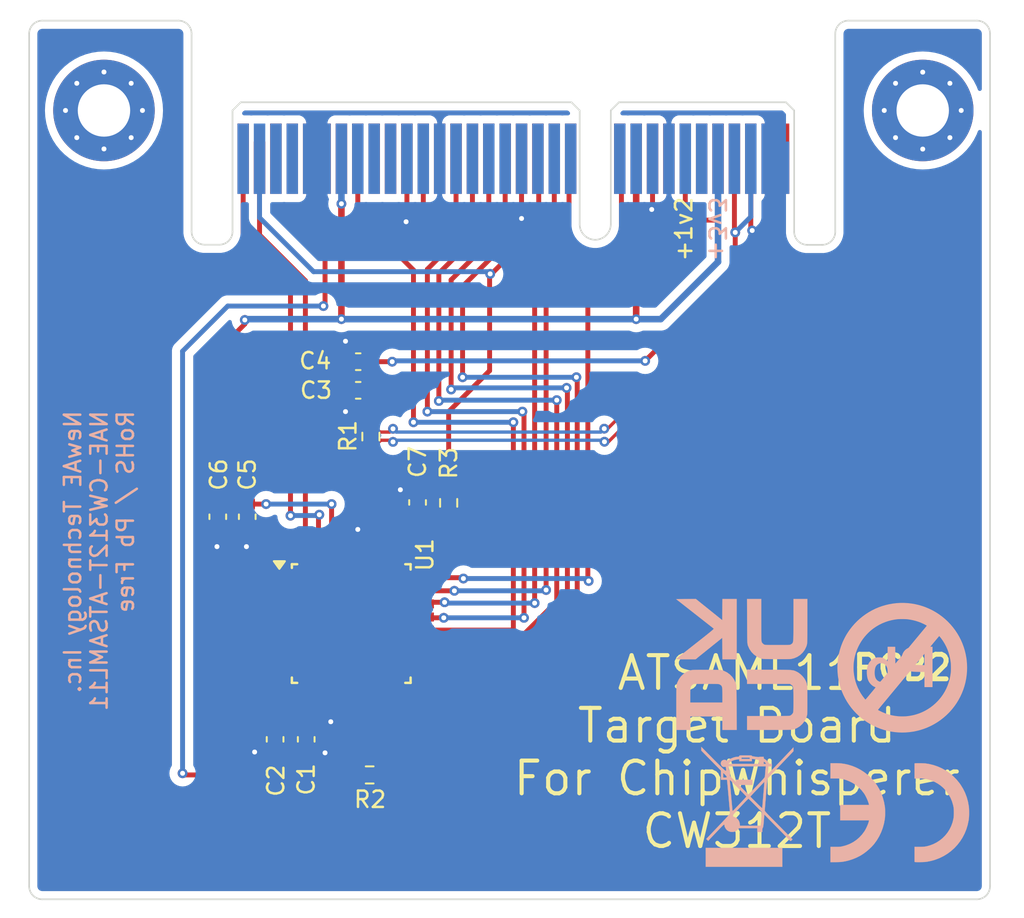
<source format=kicad_pcb>
(kicad_pcb (version 20240108) (generator "pcbnew") (generator_version "8.0")
  (layers (0 "F.Cu" signal) (31 "B.Cu" signal) (34 "B.Paste" user) (35 "F.Paste" user) (36 "B.SilkS" user "B.Silkscreen") (37 "F.SilkS" user "F.Silkscreen") (38 "B.Mask" user) (39 "F.Mask" user) (44 "Edge.Cuts" user))
  (net 0 "")
  (net 1 "GND")
  (net 2 "+3V3")
  (net 3 "/SHUNTH")
  (net 4 "Net-(U1-~{RESET})")
  (net 5 "/VDDCORE")
  (net 6 "Net-(P1-CLKOUT)")
  (net 7 "/XIN")
  (net 8 "/RST")
  (net 11 "/SWCLK")
  (net 12 "/GPIO4")
  (net 14 "/RX")
  (net 15 "/TX")
  (net 18 "/SWDIO")
  (net 21 "/GPIO3")
  (net 22 "/LED3")
  (net 27 "/LED1")
  (net 32 "/ENTRY")
  (net 33 "/LED2")
  (net 37 "+1V2")
  (footprint "Resistor_SMD:R_0603_1608Metric" (layer "F.Cu") (at 167.03 71.07 90)
    (property "Reference" "R1" (at 0.025 -1.4 -90) (layer "F.SilkS"))
    (property "Value" "22R_0603")
    (pad "1" smd roundrect (at -0.825 0 90) (size 0.8 0.95) (layers "F.Cu" "F.Paste" "F.Mask") (net 5 "/VDDCORE"))
    (pad "2" smd roundrect (at 0.825 0 90) (size 0.8 0.95) (layers "F.Cu" "F.Paste" "F.Mask") (net 3 "/SHUNTH"))
  )
  (footprint "Capacitor_SMD:C_0603_1608Metric" (layer "F.Cu") (at 166.255 66.495 180)
    (property "Reference" "C4" (at 2.625 0.05 0) (layer "F.SilkS"))
    (property "Value" "CAP_2u2_16V_0603")
    (pad "1" smd roundrect (at -0.775 0 180) (size 0.9 0.95) (layers "F.Cu" "F.Paste" "F.Mask") (net 3 "/SHUNTH"))
    (pad "2" smd roundrect (at 0.775 0 180) (size 0.9 0.95) (layers "F.Cu" "F.Paste" "F.Mask") (net 1 "GND"))
  )
  (footprint "Capacitor_SMD:C_0603_1608Metric" (layer "F.Cu") (at 163.08 89.57 -90)
    (property "Reference" "C1" (at 2.45 0.000001 90) (layer "F.SilkS"))
    (property "Value" "CAP_100n_50V_0603")
    (pad "1" smd roundrect (at -0.775 0 270) (size 0.9 0.95) (layers "F.Cu" "F.Paste" "F.Mask") (net 2 "+3V3"))
    (pad "2" smd roundrect (at 0.775 0 270) (size 0.9 0.95) (layers "F.Cu" "F.Paste" "F.Mask") (net 1 "GND"))
  )
  (footprint "Resistor_SMD:R_0603_1608Metric" (layer "F.Cu") (at 166.955 91.745)
    (property "Reference" "R2" (at 0.025 1.5 0) (layer "F.SilkS"))
    (property "Value" "22R_0603")
    (pad "1" smd roundrect (at -0.825 0) (size 0.8 0.95) (layers "F.Cu" "F.Paste" "F.Mask") (net 6 "Net-(P1-CLKOUT)"))
    (pad "2" smd roundrect (at 0.825 0) (size 0.8 0.95) (layers "F.Cu" "F.Paste" "F.Mask") (net 7 "/XIN"))
  )
  (footprint "Capacitor_SMD:C_0603_1608Metric" (layer "F.Cu") (at 157.68 75.97 -90)
    (property "Reference" "C6" (at -2.575 -0.05 90) (layer "F.SilkS"))
    (property "Value" "CAP_2u2_16V_0603")
    (pad "1" smd roundrect (at -0.775 0 270) (size 0.9 0.95) (layers "F.Cu" "F.Paste" "F.Mask") (net 2 "+3V3"))
    (pad "2" smd roundrect (at 0.775 0 270) (size 0.9 0.95) (layers "F.Cu" "F.Paste" "F.Mask") (net 1 "GND"))
  )
  (footprint "Silkscrren_Symbols:Pb_Free_8.0x8.0mm_SilkScreen" (layer "F.Cu") (at 198.747091 85.194209)
    (property "Reference" "PCB2" (at 0.732996 0 0) (layer "F.SilkS") (effects (font (size 1.5 1.5) (thickness 0.3))))
    (property "Value" "Pb_Free Symbol" (hide yes))
  )
  (footprint "Capacitor_SMD:C_0603_1608Metric" (layer "F.Cu") (at 169.88 75.095 90)
    (property "Reference" "C7" (at 2.475 0 90) (layer "F.SilkS"))
    (property "Value" "CAP_100n_50V_0603")
    (pad "1" smd roundrect (at -0.775 0 90) (size 0.9 0.95) (layers "F.Cu" "F.Paste" "F.Mask") (net 4 "Net-(U1-~{RESET})"))
    (pad "2" smd roundrect (at 0.775 0 90) (size 0.9 0.95) (layers "F.Cu" "F.Paste" "F.Mask") (net 1 "GND"))
  )
  (footprint "Silkscrren_Symbols:WEEE-Logo_5.6x8mm_SilkScreen" (layer "F.Cu") (at 188.939054 93.347245)
    (property "Reference" "PCB4" (hide yes))
    (property "Value" "WEEE SYMBOL" (hide yes))
  )
  (footprint "Capacitor_SMD:C_0603_1608Metric" (layer "F.Cu") (at 166.255 68.245 180)
    (property "Reference" "C3" (at 2.575 0 0) (layer "F.SilkS"))
    (property "Value" "CAP_100n_50V_0603")
    (pad "1" smd roundrect (at -0.775 0 180) (size 0.9 0.95) (layers "F.Cu" "F.Paste" "F.Mask") (net 3 "/SHUNTH"))
    (pad "2" smd roundrect (at 0.775 0 180) (size 0.9 0.95) (layers "F.Cu" "F.Paste" "F.Mask") (net 1 "GND"))
  )
  (footprint "Silkscrren_Symbols:CE-Logo_8.5x6mm_SilkScreen" (layer "F.Cu") (at 199.33 94.045)
    (property "Reference" "PCB1" (hide yes))
    (property "Value" "CE Symbol" (hide yes))
  )
  (footprint "tutorial_2_library:CW312_Template" (layer "F.Cu") (at 150.73 51.145)
    (property "Reference" "P1" (hide yes))
    (property "Value" "PCIEx4 EDGE CONNECTOR")
    (fp_line (start -4.57 -4.69) (end -4.57 47.4) (stroke (width 0.1)) (layer "Edge.Cuts"))
    (fp_line (start 4.55 -5.49) (end -3.77 -5.49) (stroke (width 0.1)) (layer "Edge.Cuts"))
    (fp_line (start 5.35 7.4) (end 5.35 -4.69) (stroke (width 0.1)) (layer "Edge.Cuts"))
    (fp_line (start 7.05 8.2) (end 6.15 8.2) (stroke (width 0.1)) (layer "Edge.Cuts"))
    (fp_line (start 7.85 0) (end 8.35 -0.5) (stroke (width 0.1)) (layer "Edge.Cuts"))
    (fp_line (start 7.85 7.4) (end 7.85 0) (stroke (width 0.1)) (layer "Edge.Cuts"))
    (fp_line (start 28.55 -0.5) (end 8.35 -0.5) (stroke (width 0.1)) (layer "Edge.Cuts"))
    (fp_line (start 29.05 0) (end 28.55 -0.5) (stroke (width 0.1)) (layer "Edge.Cuts"))
    (fp_line (start 29.05 6.95) (end 29.05 0) (stroke (width 0.1)) (layer "Edge.Cuts"))
    (fp_line (start 30.95 0) (end 31.45 -0.5) (stroke (width 0.1)) (layer "Edge.Cuts"))
    (fp_line (start 30.95 6.95) (end 30.95 0) (stroke (width 0.1)) (layer "Edge.Cuts"))
    (fp_line (start 41.65 -0.5) (end 31.45 -0.5) (stroke (width 0.1)) (layer "Edge.Cuts"))
    (fp_line (start 42.15 0) (end 41.65 -0.5) (stroke (width 0.1)) (layer "Edge.Cuts"))
    (fp_line (start 42.15 7.41) (end 42.15 0) (stroke (width 0.1)) (layer "Edge.Cuts"))
    (fp_line (start 42.95 8.21) (end 43.86 8.21) (stroke (width 0.1)) (layer "Edge.Cuts"))
    (fp_line (start 44.66 7.41) (end 44.66 -4.69) (stroke (width 0.1)) (layer "Edge.Cuts"))
    (fp_line (start 45.46 -5.49) (end 53.31 -5.49) (stroke (width 0.1)) (layer "Edge.Cuts"))
    (fp_line (start 53.31 48.2) (end -3.77 48.2) (stroke (width 0.1)) (layer "Edge.Cuts"))
    (fp_line (start 54.11 -4.69) (end 54.11 47.4) (stroke (width 0.1)) (layer "Edge.Cuts"))
    (fp_arc (start -4.57 -4.69) (mid -4.335685 -5.255685) (end -3.77 -5.49) (stroke (width 0.1)) (layer "Edge.Cuts"))
    (fp_arc (start -3.77 48.2) (mid -4.335685 47.965685) (end -4.57 47.4) (stroke (width 0.1)) (layer "Edge.Cuts"))
    (fp_arc (start 4.55 -5.49) (mid 5.115685 -5.255685) (end 5.35 -4.69) (stroke (width 0.1)) (layer "Edge.Cuts"))
    (fp_arc (start 6.15 8.2) (mid 5.584315 7.965685) (end 5.35 7.4) (stroke (width 0.1)) (layer "Edge.Cuts"))
    (fp_arc (start 7.85 7.4) (mid 7.615685 7.965685) (end 7.05 8.2) (stroke (width 0.1)) (layer "Edge.Cuts"))
    (fp_arc (start 30.95 6.95) (mid 30 7.9) (end 29.05 6.95) (stroke (width 0.1)) (layer "Edge.Cuts"))
    (fp_arc (start 42.95 8.21) (mid 42.384315 7.975685) (end 42.15 7.41) (stroke (width 0.1)) (layer "Edge.Cuts"))
    (fp_arc (start 44.66 -4.69) (mid 44.894315 -5.255685) (end 45.46 -5.49) (stroke (width 0.1)) (layer "Edge.Cuts"))
    (fp_arc (start 44.66 7.41) (mid 44.425685 7.975685) (end 43.86 8.21) (stroke (width 0.1)) (layer "Edge.Cuts"))
    (fp_arc (start 53.31 -5.49) (mid 53.875685 -5.255685) (end 54.11 -4.69) (stroke (width 0.1)) (layer "Edge.Cuts"))
    (fp_arc (start 54.11 47.4) (mid 53.875685 47.965685) (end 53.31 48.2) (stroke (width 0.1)) (layer "Edge.Cuts"))
    (pad "A1" connect rect (at 41.5 3.5 180) (size 0.7 3.2) (layers "B.Cu" "B.Mask") (net 1 "GND"))
    (pad "A2" connect rect (at 40.5 2.95 180) (size 0.7 4.3) (layers "B.Cu" "B.Mask") (net 1 "GND"))
    (pad "A3" connect rect (at 39.5 2.95 180) (size 0.7 4.3) (layers "B.Cu" "B.Mask") (net 3 "/SHUNTH"))
    (pad "A4" connect rect (at 38.5 2.95 180) (size 0.7 4.3) (layers "B.Cu" "B.Mask"))
    (pad "A5" connect rect (at 37.5 2.95 180) (size 0.7 4.3) (layers "B.Cu" "B.Mask") (net 2 "+3V3"))
    (pad "A6" connect rect (at 36.5 2.95 180) (size 0.7 4.3) (layers "B.Cu" "B.Mask"))
    (pad "A7" connect rect (at 35.5 2.95 180) (size 0.7 4.3) (layers "B.Cu" "B.Mask"))
    (pad "A8" connect rect (at 34.5 2.95 180) (size 0.7 4.3) (layers "B.Cu" "B.Mask") (net 1 "GND"))
    (pad "A9" connect rect (at 33.5 2.95 180) (size 0.7 4.3) (layers "B.Cu" "B.Mask"))
    (pad "A10" connect rect (at 32.5 2.95 180) (size 0.7 4.3) (layers "B.Cu" "B.Mask"))
    (pad "A11" connect rect (at 31.5 2.95 180) (size 0.7 4.3) (layers "B.Cu" "B.Mask"))
    (pad "A12" connect rect (at 28.5 2.95 180) (size 0.7 4.3) (layers "B.Cu" "B.Mask"))
    (pad "A13" connect rect (at 27.5 2.95 180) (size 0.7 4.3) (layers "B.Cu" "B.Mask"))
    (pad "A14" connect rect (at 26.5 2.95 180) (size 0.7 4.3) (layers "B.Cu" "B.Mask"))
    (pad "A15" connect rect (at 25.5 2.95 180) (size 0.7 4.3) (layers "B.Cu" "B.Mask"))
    (pad "A16" connect rect (at 24.5 2.95 180) (size 0.7 4.3) (layers "B.Cu" "B.Mask"))
    (pad "A17" connect rect (at 23.5 2.95 180) (size 0.7 4.3) (layers "B.Cu" "B.Mask"))
    (pad "A18" connect rect (at 22.5 2.95 180) (size 0.7 4.3) (layers "B.Cu" "B.Mask"))
    (pad "A19" connect rect (at 21.5 2.95 180) (size 0.7 4.3) (layers "B.Cu" "B.Mask"))
    (pad "A20" connect rect (at 20.5 2.95 180) (size 0.7 4.3) (layers "B.Cu" "B.Mask") (net 1 "GND"))
    (pad "A21" connect rect (at 19.5 2.95 180) (size 0.7 4.3) (layers "B.Cu" "B.Mask"))
    (pad "A22" connect rect (at 18.5 2.95 180) (size 0.7 4.3) (layers "B.Cu" "B.Mask"))
    (pad "A23" connect rect (at 17.5 2.95 180) (size 0.7 4.3) (layers "B.Cu" "B.Mask"))
    (pad "A24" connect rect (at 16.5 2.95 180) (size 0.7 4.3) (layers "B.Cu" "B.Mask"))
    (pad "A25" connect rect (at 15.5 2.95 180) (size 0.7 4.3) (layers "B.Cu" "B.Mask"))
    (pad "A26" connect rect (at 14.5 2.95 180) (size 0.7 4.3) (layers "B.Cu" "B.Mask") (net 2 "+3V3"))
    (pad "A27" connect rect (at 13.5 2.95 180) (size 0.7 4.3) (layers "B.Cu" "B.Mask") (net 1 "GND"))
    (pad "A28" connect rect (at 12.5 2.95 180) (size 0.7 4.3) (layers "B.Cu" "B.Mask") (net 1 "GND"))
    (pad "A29" connect rect (at 11.5 2.95 180) (size 0.7 4.3) (layers "B.Cu" "B.Mask"))
    (pad "A30" connect rect (at 10.5 2.95 180) (size 0.7 4.3) (layers "B.Cu" "B.Mask"))
    (pad "A31" connect rect (at 9.5 2.95 180) (size 0.7 4.3) (layers "B.Cu" "B.Mask") (net 8 "/RST"))
    (pad "A32" connect rect (at 8.5 2.95 180) (size 0.7 4.3) (layers "B.Cu" "B.Mask"))
    (pad "B1" connect rect (at 41.5 2.95 180) (size 0.7 4.3) (layers "F.Cu" "F.Mask") (net 5 "/VDDCORE"))
    (pad "B2" connect rect (at 40.5 2.95 180) (size 0.7 4.3) (layers "F.Cu" "F.Mask") (net 3 "/SHUNTH"))
    (pad "B3" connect rect (at 39.5 2.95 180) (size 0.7 4.3) (layers "F.Cu" "F.Mask") (net 1 "GND"))
    (pad "B4" connect rect (at 38.5 2.95 180) (size 0.7 4.3) (layers "F.Cu" "F.Mask") (net 3 "/SHUNTH"))
    (pad "B5" connect rect (at 37.5 2.95 180) (size 0.7 4.3) (layers "F.Cu" "F.Mask") (net 37 "+1V2"))
    (pad "B6" connect rect (at 36.5 2.95 180) (size 0.7 4.3) (layers "F.Cu" "F.Mask"))
    (pad "B7" connect rect (at 35.5 2.95 180) (size 0.7 4.3) (layers "F.Cu" "F.Mask") (net 37 "+1V2"))
    (pad "B8" connect rect (at 34.5 2.95 180) (size 0.7 4.3) (layers "F.Cu" "F.Mask"))
    (pad "B9" connect rect (at 33.5 2.95 180) (size 0.7 4.3) (layers "F.Cu" "F.Mask") (net 1 "GND"))
    (pad "B10" connect rect (at 32.5 2.95 180) (size 0.7 4.3) (layers "F.Cu" "F.Mask") (net 2 "+3V3"))
    (pad "B11" connect rect (at 31.5 2.95 180) (size 0.7 4.3) (layers "F.Cu" "F.Mask") (net 27 "/LED1"))
    (pad "B12" connect rect (at 28.5 2.95 180) (size 0.7 4.3) (layers "F.Cu" "F.Mask") (net 33 "/LED2"))
    (pad "B13" connect rect (at 27.5 2.95 180) (size 0.7 4.3) (layers "F.Cu" "F.Mask") (net 22 "/LED3"))
    (pad "B14" connect rect (at 26.5 2.95 180) (size 0.7 4.3) (layers "F.Cu" "F.Mask") (net 8 "/RST"))
    (pad "B15" connect rect (at 25.5 2.95 180) (size 0.7 4.3) (layers "F.Cu" "F.Mask") (net 1 "GND"))
    (pad "B16" connect rect (at 24.5 2.95 180) (size 0.7 4.3) (layers "F.Cu" "F.Mask") (net 15 "/TX"))
    (pad "B17" connect rect (at 23.5 2.95 180) (size 0.7 4.3) (layers "F.Cu" "F.Mask") (net 14 "/RX"))
    (pad "B18" connect rect (at 22.5 2.95 180) (size 0.7 4.3) (layers "F.Cu" "F.Mask") (net 21 "/GPIO3"))
    (pad "B19" connect rect (at 21.5 2.95 180) (size 0.7 4.3) (layers "F.Cu" "F.Mask") (net 12 "/GPIO4"))
    (pad "B20" connect rect (at 20.5 2.95 180) (size 0.7 4.3) (layers "F.Cu" "F.Mask"))
    (pad "B21" connect rect (at 19.5 2.95 180) (size 0.7 4.3) (layers "F.Cu" "F.Mask") (net 1 "GND"))
    (pad "B22" connect rect (at 18.5 2.95 180) (size 0.7 4.3) (layers "F.Cu" "F.Mask") (net 1 "GND"))
    (pad "B23" connect rect (at 17.5 2.95 180) (size 0.7 4.3) (layers "F.Cu" "F.Mask"))
    (pad "B24" connect rect (at 16.5 2.95 180) (size 0.7 4.3) (layers "F.Cu" "F.Mask"))
    (pad "B25" connect rect (at 15.5 2.95 180) (size 0.7 4.3) (layers "F.Cu" "F.Mask") (net 32 "/ENTRY"))
    (pad "B26" connect rect (at 14.5 2.95 180) (size 0.7 4.3) (layers "F.Cu" "F.Mask"))
    (pad "B27" connect rect (at 13.5 2.95 180) (size 0.7 4.3) (layers "F.Cu" "F.Mask") (net 6 "Net-(P1-CLKOUT)"))
    (pad "B28" connect rect (at 12.5 2.95 180) (size 0.7 4.3) (layers "F.Cu" "F.Mask"))
    (pad "B29" connect rect (at 11.5 2.95 180) (size 0.7 4.3) (layers "F.Cu" "F.Mask"))
    (pad "B30" connect rect (at 10.5 2.95 180) (size 0.7 4.3) (layers "F.Cu" "F.Mask"))
    (pad "B31" connect rect (at 9.5 3.5 180) (size 0.7 3.2) (layers "F.Cu" "F.Mask") (net 18 "/SWDIO"))
    (pad "B32" connect rect (at 8.5 2.95 180) (size 0.7 4.3) (layers "F.Cu" "F.Mask") (net 11 "/SWCLK"))
    (pad "MH" thru_hole circle (at -2.35 0) (size 1 1) (drill 0.3) (layers "*.Cu" "*.Mask"))
    (pad "MH" thru_hole circle (at -1.66 -1.66) (size 1 1) (drill 0.3) (layers "*.Cu" "*.Mask"))
    (pad "MH" thru_hole circle (at -1.66 1.66) (size 1 1) (drill 0.3) (layers "*.Cu" "*.Mask"))
    (pad "MH" thru_hole circle (at 0 -2.35) (size 1 1) (drill 0.3) (layers "*.Cu" "*.Mask"))
    (pad "MH" thru_hole circle (at 0 0) (size 6.2 6.2) (drill 3.2) (layers "*.Cu" "*.Mask"))
    (pad "MH" thru_hole circle (at 0 2.35) (size 1 1) (drill 0.3) (layers "*.Cu" "*.Mask"))
    (pad "MH" thru_hole circle (at 1.66 -1.66) (size 1 1) (drill 0.3) (layers "*.Cu" "*.Mask"))
    (pad "MH" thru_hole circle (at 1.66 1.66) (size 1 1) (drill 0.3) (layers "*.Cu" "*.Mask"))
    (pad "MH" thru_hole circle (at 2.35 0) (size 1 1) (drill 0.3) (layers "*.Cu" "*.Mask"))
    (pad "MH" thru_hole circle (at 47.65 0) (size 1 1) (drill 0.3) (layers "*.Cu" "*.Mask"))
    (pad "MH" thru_hole circle (at 48.34 -1.66) (size 1 1) (drill 0.3) (layers "*.Cu" "*.Mask"))
    (pad "MH" thru_hole circle (at 48.34 1.66) (size 1 1) (drill 0.3) (layers "*.Cu" "*.Mask"))
    (pad "MH" thru_hole circle (at 50 -2.34) (size 1 1) (drill 0.3) (layers "*.Cu" "*.Mask"))
    (pad "MH" thru_hole circle (at 50 0) (size 6.2 6.2) (drill 3.2) (layers "*.Cu" "*.Mask"))
    (pad "MH" thru_hole circle (at 50 2.36) (size 1 1) (drill 0.3) (layers "*.Cu" "*.Mask"))
    (pad "MH" thru_hole circle (at 51.66 -1.66) (size 1 1) (drill 0.3) (layers "*.Cu" "*.Mask"))
    (pad "MH" thru_hole circle (at 51.66 1.66) (size 1 1) (drill 0.3) (layers "*.Cu" "*.Mask"))
    (pad "MH" thru_hole circle (at 52.35 0) (size 1 1) (drill 0.3) (layers "*.Cu" "*.Mask"))
  )
  (footprint "Capacitor_SMD:C_0603_1608Metric" (layer "F.Cu") (at 161.18 89.57 -90)
    (property "Reference" "C2" (at 2.525 -0.05 90) (layer "F.SilkS"))
    (property "Value" "CAP_2u2_16V_0603")
    (pad "1" smd roundrect (at -0.775 0 270) (size 0.9 0.95) (layers "F.Cu" "F.Paste" "F.Mask") (net 2 "+3V3"))
    (pad "2" smd roundrect (at 0.775 0 270) (size 0.9 0.95) (layers "F.Cu" "F.Paste" "F.Mask") (net 1 "GND"))
  )
  (footprint "Resistor_SMD:R_0603_1608Metric" (layer "F.Cu") (at 171.78 75.12 90)
    (property "Reference" "R3" (at 2.425 0 90) (layer "F.SilkS"))
    (property "Value" "22R_0603")
    (pad "1" smd roundrect (at -0.825 0 90) (size 0.8 0.95) (layers "F.Cu" "F.Paste" "F.Mask") (net 4 "Net-(U1-~{RESET})"))
    (pad "2" smd roundrect (at 0.825 0 90) (size 0.8 0.95) (layers "F.Cu" "F.Paste" "F.Mask") (net 8 "/RST"))
  )
  (footprint "Silkscrren_Symbols:UKCA-Logo_8x8mm_SilkScreen" (layer "F.Cu") (at 189.049899 84.995334)
    (property "Reference" "PCB3" (hide yes))
    (property "Value" "UKCA symbol" (hide yes))
  )
  (footprint "Capacitor_SMD:C_0603_1608Metric" (layer "F.Cu") (at 159.48 75.97 -90)
    (property "Reference" "C5" (at -2.575 0 90) (layer "F.SilkS"))
    (property "Value" "CAP_100n_50V_0603")
    (pad "1" smd roundrect (at -0.775 0 270) (size 0.9 0.95) (layers "F.Cu" "F.Paste" "F.Mask") (net 2 "+3V3"))
    (pad "2" smd roundrect (at 0.775 0 270) (size 0.9 0.95) (layers "F.Cu" "F.Paste" "F.Mask") (net 1 "GND"))
  )
  (footprint "Package_QFP:TQFP-32_7x7mm_P0.8mm" (layer "F.Cu") (at 165.83 82.495)
    (property "Reference" "U1" (at 4.5 -4.2 90) (layer "F.SilkS"))
    (property "Value" "ATSMAL11E16A-AU")
    (pad "1" smd rect (at -4.25 -2.8) (size 1.6 0.55) (layers "F.Cu" "F.Paste" "F.Mask"))
    (pad "2" smd rect (at -4.25 -2) (size 1.6 0.55) (layers "F.Cu" "F.Paste" "F.Mask"))
    (pad "3" smd rect (at -4.25 -1.2) (size 1.6 0.55) (layers "F.Cu" "F.Paste" "F.Mask"))
    (pad "4" smd rect (at -4.25 -0.4) (size 1.6 0.55) (layers "F.Cu" "F.Paste" "F.Mask"))
    (pad "5" smd rect (at -4.25 0.4) (size 1.6 0.55) (layers "F.Cu" "F.Paste" "F.Mask"))
    (pad "6" smd rect (at -4.25 1.2) (size 1.6 0.55) (layers "F.Cu" "F.Paste" "F.Mask"))
    (pad "7" smd rect (at -4.25 2) (size 1.6 0.55) (layers "F.Cu" "F.Paste" "F.Mask"))
    (pad "8" smd rect (at -4.25 2.8) (size 1.6 0.55) (layers "F.Cu" "F.Paste" "F.Mask"))
    (pad "9" smd rect (at -2.8 4.25 90) (size 1.6 0.55) (layers "F.Cu" "F.Paste" "F.Mask") (net 2 "+3V3"))
    (pad "10" smd rect (at -2 4.25 90) (size 1.6 0.55) (layers "F.Cu" "F.Paste" "F.Mask") (net 1 "GND"))
    (pad "11" smd rect (at -1.2 4.25 90) (size 1.6 0.55) (layers "F.Cu" "F.Paste" "F.Mask"))
    (pad "12" smd rect (at -0.4 4.25 90) (size 1.6 0.55) (layers "F.Cu" "F.Paste" "F.Mask"))
    (pad "13" smd rect (at 0.4 4.25 90) (size 1.6 0.55) (layers "F.Cu" "F.Paste" "F.Mask"))
    (pad "14" smd rect (at 1.2 4.25 90) (size 1.6 0.55) (layers "F.Cu" "F.Paste" "F.Mask"))
    (pad "15" smd rect (at 2 4.25 90) (size 1.6 0.55) (layers "F.Cu" "F.Paste" "F.Mask") (net 7 "/XIN"))
    (pad "16" smd rect (at 2.8 4.25 90) (size 1.6 0.55) (layers "F.Cu" "F.Paste" "F.Mask"))
    (pad "17" smd rect (at 4.25 2.8) (size 1.6 0.55) (layers "F.Cu" "F.Paste" "F.Mask") (net 15 "/TX"))
    (pad "18" smd rect (at 4.25 2) (size 1.6 0.55) (layers "F.Cu" "F.Paste" "F.Mask") (net 14 "/RX"))
    (pad "19" smd rect (at 4.25 1.2) (size 1.6 0.55) (layers "F.Cu" "F.Paste" "F.Mask") (net 21 "/GPIO3"))
    (pad "20" smd rect (at 4.25 0.4) (size 1.6 0.55) (layers "F.Cu" "F.Paste" "F.Mask") (net 32 "/ENTRY"))
    (pad "21" smd rect (at 4.25 -0.4) (size 1.6 0.55) (layers "F.Cu" "F.Paste" "F.Mask") (net 12 "/GPIO4"))
    (pad "22" smd rect (at 4.25 -1.2) (size 1.6 0.55) (layers "F.Cu" "F.Paste" "F.Mask") (net 22 "/LED3"))
    (pad "23" smd rect (at 4.25 -2) (size 1.6 0.55) (layers "F.Cu" "F.Paste" "F.Mask") (net 33 "/LED2"))
    (pad "24" smd rect (at 4.25 -2.8) (size 1.6 0.55) (layers "F.Cu" "F.Paste" "F.Mask") (net 27 "/LED1"))
    (pad "25" smd rect (at 2.8 -4.25 90) (size 1.6 0.55) (layers "F.Cu" "F.Paste" "F.Mask"))
    (pad "26" smd rect (at 2 -4.25 90) (size 1.6 0.55) (layers "F.Cu" "F.Paste" "F.Mask") (net 4 "Net-(U1-~{RESET})"))
    (pad "27" smd rect (at 1.2 -4.25 90) (size 1.6 0.55) (layers "F.Cu" "F.Paste" "F.Mask") (net 5 "/VDDCORE"))
    (pad "28" smd rect (at 0.4 -4.25 90) (size 1.6 0.55) (layers "F.Cu" "F.Paste" "F.Mask") (net 1 "GND"))
    (pad "29" smd rect (at -0.4 -4.25 90) (size 1.6 0.55) (layers "F.Cu" "F.Paste" "F.Mask"))
    (pad "30" smd rect (at -1.2 -4.25 90) (size 1.6 0.55) (layers "F.Cu" "F.Paste" "F.Mask") (net 2 "+3V3"))
    (pad "31" smd rect (at -2 -4.25 90) (size 1.6 0.55) (layers "F.Cu" "F.Paste" "F.Mask") (net 11 "/SWCLK"))
    (pad "32" smd rect (at -2.8 -4.25 90) (size 1.6 0.55) (layers "F.Cu" "F.Paste" "F.Mask") (net 18 "/SWDIO"))
  )
  (gr_text "NewAE Technology Inc.\nNAE-CW312T-ATSAML11\nRoHS / Pb Free" (at 152.63 69.395 90) (layer "B.SilkS") (effects (font (size 1 1) (thickness 0.153)) (justify left bottom mirror)))
  (gr_text "+3v3" (at 187.58 60.445 -90) (layer "B.SilkS") (effects (font (size 1 1) (thickness 0.153)) (justify left bottom mirror)))
  (gr_text "+1v2" (at 186.73 60.445 90) (layer "F.SilkS") (effects (font (size 1 1) (thickness 0.153)) (justify left bottom)))
  (gr_text "ATSAML11\nTarget Board\nFor ChipWhisperer\nCW312T" (at 189.38 96.345 0) (layer "F.SilkS") (effects (font (size 2 2) (thickness 0.25)) (justify bottom)))
  (segment (start 190.31462 58.47962) (end 190.23 58.395) (width 0.3) (layer "F.Cu") (net 1))
  (segment (start 163.08 90.345) (end 164.18 90.345) (width 0.3) (layer "F.Cu") (net 1))
  (segment (start 169.23 54.095) (end 169.23 57.895) (width 0.3) (layer "F.Cu") (net 1))
  (segment (start 164.18 90.345) (end 164.23 90.395) (width 0.2) (layer "F.Cu") (net 1))
  (segment (start 190.23 58.395) (end 190.23 54.095) (width 0.3) (layer "F.Cu") (net 1))
  (segment (start 169.88 74.32) (end 168.83 74.32) (width 0.3) (layer "F.Cu") (net 1))
  (segment (start 163.83 87.745) (end 164.58 88.495) (width 0.3) (layer "F.Cu") (net 1))
  (segment (start 165.48 66.495) (end 165.48 65.245) (width 0.3) (layer "F.Cu") (net 1))
  (segment (start 184.23 57.145) (end 184.18 57.195) (width 0.2) (layer "F.Cu") (net 1))
  (segment (start 157.68 77.745) (end 157.63 77.795) (width 0.2) (layer "F.Cu") (net 1))
  (segment (start 159.48 77.745) (end 159.43 77.795) (width 0.2) (layer "F.Cu") (net 1))
  (segment (start 170.23 56.895) (end 169.18 57.945) (width 0.3) (layer "F.Cu") (net 1))
  (segment (start 166.23 78.245) (end 166.23 76.745) (width 0.3) (layer "F.Cu") (net 1))
  (segment (start 163.83 86.745) (end 163.83 87.745) (width 0.3) (layer "F.Cu") (net 1))
  (segment (start 169.23 57.895) (end 169.18 57.945) (width 0.2) (layer "F.Cu") (net 1))
  (segment (start 157.68 76.745) (end 157.68 77.745) (width 0.3) (layer "F.Cu") (net 1))
  (segment (start 165.48 68.245) (end 165.48 69.545) (width 0.3) (layer "F.Cu") (net 1))
  (segment (start 161.18 90.345) (end 159.93 90.345) (width 0.3) (layer "F.Cu") (net 1))
  (segment (start 170.23 54.095) (end 170.23 56.895) (width 0.3) (layer "F.Cu") (net 1))
  (segment (start 176.23 54.095) (end 176.23 57.745) (width 0.3) (layer "F.Cu") (net 1))
  (segment (start 184.23 54.095) (end 184.23 57.145) (width 0.3) (layer "F.Cu") (net 1))
  (segment (start 159.48 76.745) (end 159.48 77.745) (width 0.3) (layer "F.Cu") (net 1))
  (via (at 165.48 65.245) (size 0.6) (drill 0.3) (layers "F.Cu" "B.Cu") (net 1))
  (via (at 166.23 76.745) (size 0.6) (drill 0.3) (layers "F.Cu" "B.Cu") (net 1))
  (via (at 169.18 57.945) (size 0.6) (drill 0.3) (layers "F.Cu" "B.Cu") (net 1))
  (via (at 190.31462 58.47962) (size 0.6) (drill 0.3) (layers "F.Cu" "B.Cu") (net 1))
  (via (at 176.23 57.745) (size 0.6) (drill 0.3) (layers "F.Cu" "B.Cu") (net 1))
  (via (at 164.23 90.395) (size 0.6) (drill 0.3) (layers "F.Cu" "B.Cu") (net 1))
  (via (at 164.58 88.495) (size 0.6) (drill 0.3) (layers "F.Cu" "B.Cu") (net 1))
  (via (at 184.18 57.195) (size 0.6) (drill 0.3) (layers "F.Cu" "B.Cu") (net 1))
  (via (at 159.43 77.795) (size 0.6) (drill 0.3) (layers "F.Cu" "B.Cu") (net 1))
  (via (at 159.93 90.345) (size 0.6) (drill 0.3) (layers "F.Cu" "B.Cu") (net 1))
  (via (at 165.48 69.545) (size 0.6) (drill 0.3) (layers "F.Cu" "B.Cu") (net 1))
  (via (at 157.63 77.795) (size 0.6) (drill 0.3) (layers "F.Cu" "B.Cu") (net 1))
  (via (at 168.83 74.32) (size 0.6) (drill 0.3) (layers "F.Cu" "B.Cu") (net 1))
  (segment (start 164.63 75.195) (end 164.63 78.245) (width 0.3) (layer "F.Cu") (net 2))
  (segment (start 160.63 75.195) (end 159.48 75.195) (width 0.3) (layer "F.Cu") (net 2))
  (segment (start 156.58 66.945) (end 156.58 88.795) (width 0.3) (layer "F.Cu") (net 2))
  (segment (start 161.155 88.77) (end 161.18 88.795) (width 0.3) (layer "F.Cu") (net 2))
  (segment (start 157.73 75.145) (end 157.68 75.195) (width 0.4) (layer "F.Cu") (net 2))
  (segment (start 159.33 63.945) (end 159.33 64.195) (width 0.3) (layer "F.Cu") (net 2))
  (segment (start 163.08 88.795) (end 161.18 88.795) (width 0.3) (layer "F.Cu") (net 2))
  (segment (start 159.33 64.195) (end 156.58 66.945) (width 0.3) (layer "F.Cu") (net 2))
  (segment (start 157.68 75.195) (end 159.48 75.195) (width 0.3) (layer "F.Cu") (net 2))
  (segment (start 157.68 75.195) (end 156.58 75.195) (width 0.3) (layer "F.Cu") (net 2))
  (segment (start 163.03 86.745) (end 163.03 88.745) (width 0.3) (layer "F.Cu") (net 2))
  (segment (start 183.23 54.095) (end 183.23 63.895) (width 0.4) (layer "F.Cu") (net 2))
  (segment (start 163.03 88.745) (end 163.08 88.795) (width 0.3) (layer "F.Cu") (net 2))
  (segment (start 165.23 56.845) (end 165.23 63.895) (width 0.4) (layer "F.Cu") (net 2))
  (segment (start 156.58 88.795) (end 161.18 88.795) (width 0.3) (layer "F.Cu") (net 2))
  (via (at 183.23 63.895) (size 0.6) (drill 0.3) (layers "F.Cu" "B.Cu") (net 2))
  (via (at 165.23 63.895) (size 0.6) (drill 0.3) (layers "F.Cu" "B.Cu") (net 2))
  (via (at 164.63 75.195) (size 0.6) (drill 0.3) (layers "F.Cu" "B.Cu") (net 2))
  (via (at 159.33 63.945) (size 0.6) (drill 0.3) (layers "F.Cu" "B.Cu") (net 2))
  (via (at 160.63 75.195) (size 0.6) (drill 0.3) (layers "F.Cu" "B.Cu") (net 2))
  (via (at 165.23 56.845) (size 0.6) (drill 0.3) (layers "F.Cu" "B.Cu") (net 2))
  (segment (start 183.23 63.895) (end 184.73 63.895) (width 0.4) (layer "B.Cu") (net 2))
  (segment (start 184.73 63.895) (end 188.23 60.395) (width 0.4) (layer "B.Cu") (net 2))
  (segment (start 188.23 60.395) (end 188.23 54.095) (width 0.4) (layer "B.Cu") (net 2))
  (segment (start 183.23 63.895) (end 165.23 63.895) (width 0.4) (layer "B.Cu") (net 2))
  (segment (start 159.38 63.895) (end 159.33 63.945) (width 0.4) (layer "B.Cu") (net 2))
  (segment (start 165.23 63.895) (end 159.38 63.895) (width 0.4) (layer "B.Cu") (net 2))
  (segment (start 160.63 75.195) (end 164.63 75.195) (width 0.3) (layer "B.Cu") (net 2))
  (segment (start 165.23 54.095) (end 165.23 56.845) (width 0.4) (layer "B.Cu") (net 2))
  (segment (start 181.487931 70.587069) (end 191.23 60.845) (width 0.2) (layer "F.Cu") (net 3))
  (segment (start 189.28 60.945) (end 183.78 66.445) (width 0.3) (layer "F.Cu") (net 3))
  (segment (start 189.28 58.595) (end 189.23 58.545) (width 0.3) (layer "F.Cu") (net 3))
  (segment (start 191.23 60.845) (end 191.23 54.095) (width 0.2) (layer "F.Cu") (net 3))
  (segment (start 168.38 70.595) (end 168.18 70.795) (width 0.2) (layer "F.Cu") (net 3))
  (segment (start 189.28 58.595) (end 189.28 60.945) (width 0.3) (layer "F.Cu") (net 3))
  (segment (start 168.33 66.495) (end 167.03 66.495) (width 0.3) (layer "F.Cu") (net 3))
  (segment (start 168.18 70.795) (end 167.58 70.795) (width 0.2) (layer "F.Cu") (net 3))
  (segment (start 189.23 58.545) (end 189.23 54.095) (width 0.3) (layer "F.Cu") (net 3))
  (segment (start 181.279868 70.587069) (end 181.487931 70.587069) (width 0.2) (layer "F.Cu") (net 3))
  (segment (start 167.03 68.245) (end 167.03 66.495) (width 0.3) (layer "F.Cu") (net 3))
  (segment (start 167.03 70.245) (end 167.03 68.245) (width 0.3) (layer "F.Cu") (net 3))
  (segment (start 167.58 70.795) (end 167.03 70.245) (width 0.2) (layer "F.Cu") (net 3))
  (via (at 168.38 70.595) (size 0.6) (drill 0.3) (layers "F.Cu" "B.Cu") (net 3))
  (via (at 189.28 58.595) (size 0.6) (drill 0.3) (layers "F.Cu" "B.Cu") (net 3))
  (via (at 168.33 66.495) (size 0.6) (drill 0.3) (layers "F.Cu" "B.Cu") (net 3))
  (via (at 181.279868 70.587069) (size 0.6) (drill 0.3) (layers "F.Cu" "B.Cu") (net 3))
  (via (at 183.78 66.445) (size 0.6) (drill 0.3) (layers "F.Cu" "B.Cu") (net 3))
  (segment (start 189.28 58.595) (end 190.23 57.645) (width 0.3) (layer "B.Cu") (net 3))
  (segment (start 190.23 57.645) (end 190.23 54.095) (width 0.3) (layer "B.Cu") (net 3))
  (segment (start 168.33 66.495) (end 168.33 66.345) (width 0.2) (layer "B.Cu") (net 3))
  (segment (start 183.78 66.445) (end 168.38 66.445) (width 0.3) (layer "B.Cu") (net 3))
  (segment (start 168.38 66.445) (end 168.33 66.495) (width 0.3) (layer "B.Cu") (net 3))
  (segment (start 168.58 70.795) (end 168.38 70.595) (width 0.2) (layer "B.Cu") (net 3))
  (segment (start 181.071937 70.795) (end 168.58 70.795) (width 0.2) (layer "B.Cu") (net 3))
  (segment (start 181.279868 70.587069) (end 181.071937 70.795) (width 0.2) (layer "B.Cu") (net 3))
  (segment (start 167.83 78.245) (end 167.83 77.37) (width 0.2) (layer "F.Cu") (net 4))
  (segment (start 168.555 75.87) (end 169.88 75.87) (width 0.3) (layer "F.Cu") (net 4))
  (segment (start 171.705 75.87) (end 171.78 75.945) (width 0.2) (layer "F.Cu") (net 4))
  (segment (start 167.83 77.37) (end 167.83 76.595) (width 0.3) (layer "F.Cu") (net 4))
  (segment (start 167.83 76.595) (end 168.555 75.87) (width 0.3) (layer "F.Cu") (net 4))
  (segment (start 169.88 75.87) (end 171.705 75.87) (width 0.3) (layer "F.Cu") (net 4))
  (segment (start 168.38 71.395) (end 168.28 71.295) (width 0.2) (layer "F.Cu") (net 5))
  (segment (start 167.63 71.295) (end 167.03 71.895) (width 0.2) (layer "F.Cu") (net 5))
  (segment (start 181.293137 71.386962) (end 181.536567 71.386962) (width 0.2) (layer "F.Cu") (net 5))
  (segment (start 167.03 78.245) (end 167.03 71.895) (width 0.3) (layer "F.Cu") (net 5))
  (segment (start 181.536567 71.386962) (end 192.23 60.693529) (width 0.2) (layer "F.Cu") (net 5))
  (segment (start 192.23 60.693529) (end 192.23 54.095) (width 0.2) (layer "F.Cu") (net 5))
  (segment (start 168.28 71.295) (end 167.63 71.295) (width 0.2) (layer "F.Cu") (net 5))
  (via (at 181.293137 71.386962) (size 0.6) (drill 0.3) (layers "F.Cu" "B.Cu") (net 5))
  (via (at 168.38 71.395) (size 0.6) (drill 0.3) (layers "F.Cu" "B.Cu") (net 5))
  (segment (start 181.293137 71.386962) (end 181.201175 71.295) (width 0.2) (layer "B.Cu") (net 5))
  (segment (start 181.201175 71.295) (end 168.48 71.295) (width 0.2) (layer "B.Cu") (net 5))
  (segment (start 168.48 71.295) (end 168.38 71.395) (width 0.2) (layer "B.Cu") (net 5))
  (segment (start 164.305 54.17) (end 164.23 54.095) (width 0.4) (layer "F.Cu") (net 6))
  (segment (start 164.23 54.095) (end 164.23 62.995) (width 0.3) (layer "F.Cu") (net 6))
  (segment (start 155.63 91.745) (end 166.13 91.745) (width 0.3) (layer "F.Cu") (net 6))
  (segment (start 155.53 91.645) (end 155.63 91.745) (width 0.3) (layer "F.Cu") (net 6))
  (segment (start 166.054999 91.67) (end 166.129999 91.745) (width 0.4) (layer "F.Cu") (net 6))
  (via (at 164.13 63.095) (size 0.6) (drill 0.3) (layers "F.Cu" "B.Cu") (net 6))
  (via (at 155.53 91.645) (size 0.6) (drill 0.3) (layers "F.Cu" "B.Cu") (net 6))
  (segment (start 155.53 91.645) (end 155.53 65.85505) (width 0.3) (layer "B.Cu") (net 6))
  (segment (start 158.29005 63.095) (end 164.13 63.095) (width 0.3) (layer "B.Cu") (net 6))
  (segment (start 155.53 65.85505) (end 158.29005 63.095) (width 0.3) (layer "B.Cu") (net 6))
  (segment (start 167.83 86.745) (end 167.83 91.695) (width 0.3) (layer "F.Cu") (net 7))
  (segment (start 167.83 91.695) (end 167.78 91.745) (width 0.2) (layer "F.Cu") (net 7))
  (segment (start 174.31462 61.12962) (end 174.28 61.16424) (width 0.3) (layer "F.Cu") (net 8))
  (segment (start 174.28 67.045) (end 171.78 69.545) (width 0.3) (layer "F.Cu") (net 8))
  (segment (start 171.78 69.545) (end 171.78 74.295) (width 0.3) (layer "F.Cu") (net 8))
  (segment (start 174.39538 61.12962) (end 177.28 58.245) (width 0.3) (layer "F.Cu") (net 8))
  (segment (start 177.28 54.145) (end 177.23 54.095) (width 0.3) (layer "F.Cu") (net 8))
  (segment (start 174.31462 61.12962) (end 174.39538 61.12962) (width 0.3) (layer "F.Cu") (net 8))
  (segment (start 174.28 61.16424) (end 174.28 67.045) (width 0.3) (layer "F.Cu") (net 8))
  (segment (start 177.28 58.245) (end 177.28 54.145) (width 0.3) (layer "F.Cu") (net 8))
  (via (at 174.31462 61.12962) (size 0.6) (drill 0.3) (layers "F.Cu" "B.Cu") (net 8))
  (segment (start 174.31462 61.12962) (end 174.18 60.995) (width 0.3) (layer "B.Cu") (net 8))
  (segment (start 163.53 60.995) (end 160.23 57.695) (width 0.3) (layer "B.Cu") (net 8))
  (segment (start 160.23 57.695) (end 160.23 54.095) (width 0.3) (layer "B.Cu") (net 8))
  (segment (start 174.18 60.995) (end 163.53 60.995) (width 0.3) (layer "B.Cu") (net 8))
  (segment (start 159.23 59.195) (end 162.12038 62.08538) (width 0.3) (layer "F.Cu") (net 11))
  (segment (start 162.12038 62.08538) (end 162.12038 75.90462) (width 0.3) (layer "F.Cu") (net 11))
  (segment (start 163.83 75.895) (end 163.83 78.245) (width 0.3) (layer "F.Cu") (net 11))
  (segment (start 163.88 75.845) (end 163.83 75.895) (width 0.2) (layer "F.Cu") (net 11))
  (segment (start 159.23 54.095) (end 159.23 59.195) (width 0.3) (layer "F.Cu") (net 11))
  (via (at 163.88 75.845) (size 0.6) (drill 0.3) (layers "F.Cu" "B.Cu") (net 11))
  (via (at 162.12038 75.90462) (size 0.6) (drill 0.3) (layers "F.Cu" "B.Cu") (net 11))
  (segment (start 163.83 75.895) (end 162.13 75.895) (width 0.3) (layer "B.Cu") (net 11))
  (segment (start 162.13 75.895) (end 162.12038 75.90462) (width 0.3) (layer "B.Cu") (net 11))
  (segment (start 163.88 75.845) (end 163.83 75.895) (width 0.2) (layer "B.Cu") (net 11))
  (segment (start 176.38 69.645) (end 176.38 82.145) (width 0.3) (layer "F.Cu") (net 12))
  (segment (start 171.48 82.145) (end 170.13 82.145) (width 0.3) (layer "F.Cu") (net 12))
  (segment (start 170.13 82.145) (end 170.08 82.095) (width 0.3) (layer "F.Cu") (net 12))
  (segment (start 172.23 54.095) (end 172.23 59.095) (width 0.3) (layer "F.Cu") (net 12))
  (segment (start 172.23 59.095) (end 170.48 60.845) (width 0.3) (layer "F.Cu") (net 12))
  (segment (start 170.48 60.845) (end 170.48 69.545) (width 0.3) (layer "F.Cu") (net 12))
  (segment (start 176.28 69.545) (end 176.38 69.645) (width 0.3) (layer "F.Cu") (net 12))
  (via (at 170.48 69.545) (size 0.6) (drill 0.3) (layers "F.Cu" "B.Cu") (net 12))
  (via (at 176.38 82.145) (size 0.6) (drill 0.3) (layers "F.Cu" "B.Cu") (net 12))
  (via (at 171.48 82.145) (size 0.6) (drill 0.3) (layers "F.Cu" "B.Cu") (net 12))
  (via (at 176.28 69.545) (size 0.6) (drill 0.3) (layers "F.Cu" "B.Cu") (net 12))
  (segment (start 176.38 82.145) (end 171.48 82.145) (width 0.3) (layer "B.Cu") (net 12))
  (segment (start 170.48 69.545) (end 176.28 69.545) (width 0.3) (layer "B.Cu") (net 12))
  (segment (start 179.03 81.202106) (end 175.737106 84.495) (width 0.3) (layer "F.Cu") (net 14))
  (segment (start 171.93 61.495) (end 171.93 68.195) (width 0.3) (layer "F.Cu") (net 14))
  (segment (start 174.23 54.095) (end 174.23 59.195) (width 0.3) (layer "F.Cu") (net 14))
  (segment (start 179.03 68.145) (end 179.03 81.202106) (width 0.3) (layer "F.Cu") (net 14))
  (segment (start 178.98 68.095) (end 179.03 68.145) (width 0.3) (layer "F.Cu") (net 14))
  (segment (start 174.23 59.195) (end 171.93 61.495) (width 0.3) (layer "F.Cu") (net 14))
  (segment (start 175.737106 84.495) (end 170.08 84.495) (width 0.3) (layer "F.Cu") (net 14))
  (via (at 178.98 68.095) (size 0.6) (drill 0.3) (layers "F.Cu" "B.Cu") (net 14))
  (via (at 171.93 68.195) (size 0.6) (drill 0.3) (layers "F.Cu" "B.Cu") (net 14))
  (segment (start 172.03 68.095) (end 171.93 68.195) (width 0.3) (layer "B.Cu") (net 14))
  (segment (start 178.98 68.095) (end 172.03 68.095) (width 0.3) (layer "B.Cu") (net 14))
  (segment (start 175.23 54.095) (end 175.23 59.295) (width 0.3) (layer "F.Cu") (net 15))
  (segment (start 172.63 61.895) (end 172.63 67.445) (width 0.3) (layer "F.Cu") (net 15))
  (segment (start 179.63 81.309213) (end 175.644213 85.295) (width 0.3) (layer "F.Cu") (net 15))
  (segment (start 175.23 59.295) (end 172.63 61.895) (width 0.3) (layer "F.Cu") (net 15))
  (segment (start 179.58 67.445) (end 179.63 67.495) (width 0.3) (layer "F.Cu") (net 15))
  (segment (start 179.63 67.495) (end 179.63 81.309213) (width 0.3) (layer "F.Cu") (net 15))
  (segment (start 175.644213 85.295) (end 170.08 85.295) (width 0.3) (layer "F.Cu") (net 15))
  (segment (start 175.33 54.195) (end 175.23 54.095) (width 0.2) (layer "F.Cu") (net 15))
  (via (at 172.63 67.445) (size 0.6) (drill 0.3) (layers "F.Cu" "B.Cu") (net 15))
  (via (at 179.58 67.445) (size 0.6) (drill 0.3) (layers "F.Cu" "B.Cu") (net 15))
  (segment (start 179.58 67.445) (end 172.63 67.445) (width 0.3) (layer "B.Cu") (net 15))
  (segment (start 160.23 58.745) (end 163.03 61.545) (width 0.3) (layer "F.Cu") (net 18))
  (segment (start 163.03 61.545) (end 163.03 78.245) (width 0.3) (layer "F.Cu") (net 18))
  (segment (start 160.23 54.645) (end 160.23 58.745) (width 0.3) (layer "F.Cu") (net 18))
  (segment (start 171.18 61.095) (end 171.18 68.895) (width 0.3) (layer "F.Cu") (net 21))
  (segment (start 178.38 81.145) (end 175.83 83.695) (width 0.3) (layer "F.Cu") (net 21))
  (segment (start 173.23 54.095) (end 173.23 59.045) (width 0.3) (layer "F.Cu") (net 21))
  (segment (start 175.83 83.695) (end 170.08 83.695) (width 0.3) (layer "F.Cu") (net 21))
  (segment (start 178.38 68.845) (end 178.38 81.145) (width 0.3) (layer "F.Cu") (net 21))
  (segment (start 173.23 59.045) (end 171.18 61.095) (width 0.3) (layer "F.Cu") (net 21))
  (via (at 171.18 68.895) (size 0.6) (drill 0.3) (layers "F.Cu" "B.Cu") (net 21))
  (via (at 178.38 68.845) (size 0.6) (drill 0.3) (layers "F.Cu" "B.Cu") (net 21))
  (segment (start 178.38 68.845) (end 171.23 68.845) (width 0.3) (layer "B.Cu") (net 21))
  (segment (start 171.23 68.845) (end 171.18 68.895) (width 0.3) (layer "B.Cu") (net 21))
  (segment (start 178.23 59.445) (end 177.03 60.645) (width 0.3) (layer "F.Cu") (net 22))
  (segment (start 170.18 81.195) (end 170.08 81.295) (width 0.2) (layer "F.Cu") (net 22))
  (segment (start 177.03 60.645) (end 177.03 81.245) (width 0.3) (layer "F.Cu") (net 22))
  (segment (start 171.53 81.195) (end 170.18 81.195) (width 0.3) (layer "F.Cu") (net 22))
  (segment (start 178.23 54.095) (end 178.23 59.445) (width 0.3) (layer "F.Cu") (net 22))
  (via (at 171.53 81.195) (size 0.6) (drill 0.3) (layers "F.Cu" "B.Cu") (net 22))
  (via (at 177.03 81.245) (size 0.6) (drill 0.3) (layers "F.Cu" "B.Cu") (net 22))
  (segment (start 177.03 81.245) (end 171.58 81.245) (width 0.3) (layer "B.Cu") (net 22))
  (segment (start 171.58 81.245) (end 171.53 81.195) (width 0.2) (layer "B.Cu") (net 22))
  (segment (start 182.33 59.445) (end 182.33 54.095) (width 0.3) (layer "F.Cu") (net 27))
  (segment (start 180.28 79.845) (end 180.28 61.495) (width 0.3) (layer "F.Cu") (net 27))
  (segment (start 172.63 79.695) (end 170.08 79.695) (width 0.3) (layer "F.Cu") (net 27))
  (segment (start 172.68 79.745) (end 172.63 79.695) (width 0.3) (layer "F.Cu") (net 27))
  (segment (start 180.33 79.895) (end 180.28 79.845) (width 0.3) (layer "F.Cu") (net 27))
  (segment (start 180.28 61.495) (end 182.33 59.445) (width 0.3) (layer "F.Cu") (net 27))
  (via (at 180.33 79.895) (size 0.6) (drill 0.3) (layers "F.Cu" "B.Cu") (net 27))
  (via (at 172.68 79.745) (size 0.6) (drill 0.3) (layers "F.Cu" "B.Cu") (net 27))
  (segment (start 180.18 79.745) (end 172.68 79.745) (width 0.3) (layer "B.Cu") (net 27))
  (segment (start 180.33 79.895) (end 180.18 79.745) (width 0.3) (layer "B.Cu") (net 27))
  (segment (start 166.23 57.495) (end 166.23 54.095) (width 0.3) (layer "F.Cu") (net 32))
  (segment (start 169.63 70.195) (end 169.63 60.895) (width 0.3) (layer "F.Cu") (net 32))
  (segment (start 175.73 70.195) (end 175.73 82.845) (width 0.3) (layer "F.Cu") (net 32))
  (segment (start 169.63 60.895) (end 166.23 57.495) (width 0.3) (layer "F.Cu") (net 32))
  (segment (start 175.73 82.845) (end 175.68 82.895) (width 0.3) (layer "F.Cu") (net 32))
  (segment (start 175.68 82.895) (end 170.08 82.895) (width 0.3) (layer "F.Cu") (net 32))
  (via (at 175.73 70.195) (size 0.6) (drill 0.3) (layers "F.Cu" "B.Cu") (net 32))
  (via (at 169.63 70.195) (size 0.6) (drill 0.3) (layers "F.Cu" "B.Cu") (net 32))
  (segment (start 175.73 70.195) (end 169.63 70.195) (width 0.3) (layer "B.Cu") (net 32))
  (segment (start 177.73 61.045) (end 179.13 59.645) (width 0.3) (layer "F.Cu") (net 33))
  (segment (start 179.13 59.645) (end 179.13 54.195) (width 0.3) (layer "F.Cu") (net 33))
  (segment (start 172.128529 80.495) (end 170.08 80.495) (width 0.3) (layer "F.Cu") (net 33))
  (segment (start 177.73 80.445) (end 177.73 61.045) (width 0.3) (layer "F.Cu") (net 33))
  (via (at 177.73 80.445) (size 0.6) (drill 0.3) (layers "F.Cu" "B.Cu") (net 33))
  (via (at 172.128529 80.495) (size 0.6) (drill 0.3) (layers "F.Cu" "B.Cu") (net 33))
  (segment (start 177.68 80.495) (end 172.128529 80.495) (width 0.3) (layer "B.Cu") (net 33))
  (segment (start 177.73 80.445) (end 177.68 80.495) (width 0.3) (layer "B.Cu") (net 33))
  (segment (start 188.23 57.845) (end 188.23 54.095) (width 0.3) (layer "F.Cu") (net 37))
  (segment (start 186.23 54.095) (end 186.23 57.845) (width 0.3) (layer "F.Cu") (net 37))
  (segment (start 186.23 57.845) (end 188.23 57.845) (width 0.3) (layer "F.Cu") (net 37))
  (zone (net 1) (net_name "GND") (layer "B.Cu") (connect_pads yes (clearance 0.5)) (min_thickness 0.25) (fill yes (thermal_gap 0.5) (thermal_bridge_width 0.5))
    (polygon (pts (xy 144.38 44.395) (xy 206.93 44.395) (xy 206.93 100.495) (xy 144.38 100.495)))
  )
)
</source>
